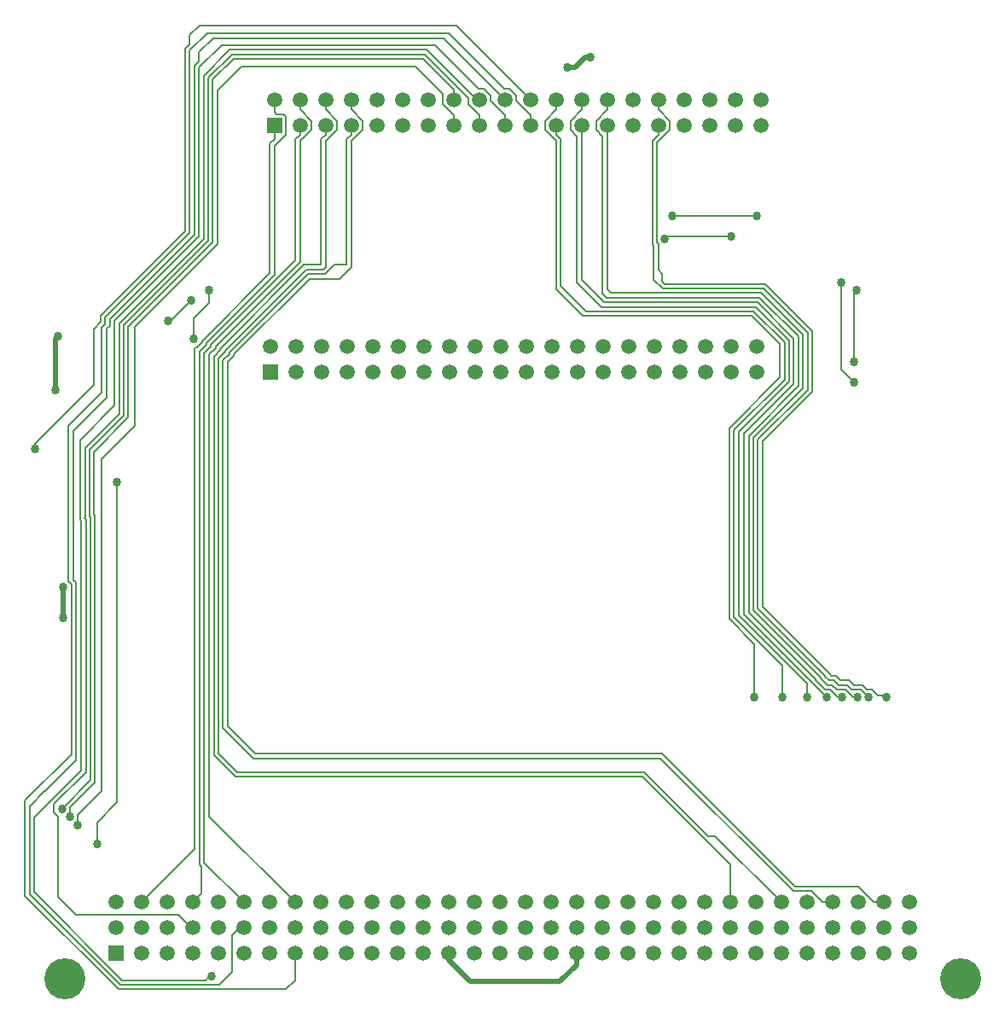
<source format=gbl>
G04 Layer_Physical_Order=2*
G04 Layer_Color=16711680*
%FSLAX25Y25*%
%MOIN*%
G70*
G01*
G75*
%ADD12C,0.02000*%
%ADD13C,0.00800*%
%ADD15C,0.05905*%
%ADD16R,0.05905X0.05905*%
%ADD17C,0.16000*%
%ADD18C,0.03400*%
D12*
X525500Y326500D02*
Y331000D01*
X519000Y320000D02*
X525500Y326500D01*
X484000Y320000D02*
X519000D01*
X475500Y328500D02*
X484000Y320000D01*
X475500Y328500D02*
Y331000D01*
X522000Y677000D02*
X525000D01*
X529000Y681000D01*
X531000D01*
X322000Y571000D02*
X323000Y572000D01*
X322000Y551126D02*
Y571000D01*
X325000Y462000D02*
Y474000D01*
D13*
X599219Y592600D02*
X617600Y574219D01*
Y550418D02*
Y574219D01*
X598200Y531018D02*
X617600Y550418D01*
X598200Y466528D02*
Y531018D01*
Y466528D02*
X624442Y440286D01*
X640925Y434100D02*
X643225Y431800D01*
X645641D01*
X639070Y434100D02*
X640925D01*
X637270Y435900D02*
X639070Y434100D01*
X633799Y435900D02*
X637270D01*
X631999Y437700D02*
X633799Y435900D01*
X628605Y437700D02*
X631999D01*
X626805Y439500D02*
X628605Y437700D01*
X624967Y439500D02*
X626805D01*
X624442Y440025D02*
X624967Y439500D01*
X624442Y440025D02*
Y440286D01*
X636525Y434100D02*
X638825Y431800D01*
X633054Y434100D02*
X636525D01*
X631254Y435900D02*
X633054Y434100D01*
X638825Y431800D02*
X638841D01*
X627859Y435900D02*
X631254D01*
X626059Y437700D02*
X627859Y435900D01*
X624221Y437700D02*
X626059D01*
X622642Y439279D02*
X624221Y437700D01*
X622642Y439279D02*
Y439541D01*
X596400Y465782D02*
X622642Y439541D01*
X596400Y465782D02*
Y531763D01*
X598474Y590800D02*
X615800Y573474D01*
Y551163D02*
Y573474D01*
X596400Y531763D02*
X615800Y551163D01*
X594600Y532509D02*
X614000Y551909D01*
X594600Y465037D02*
Y532509D01*
Y465037D02*
X620842Y438795D01*
X630508Y434100D02*
X633608Y431000D01*
X627114Y434100D02*
X630508D01*
X625314Y435900D02*
X627114Y434100D01*
X633608Y431000D02*
X635241D01*
X623475Y435900D02*
X625314D01*
X620842Y438534D02*
X623475Y435900D01*
X620842Y438534D02*
Y438795D01*
X624568Y434100D02*
X627668Y431000D01*
X629224D01*
X622730Y434100D02*
X624568D01*
X619042Y437788D02*
X622730Y434100D01*
X619042Y437788D02*
Y438050D01*
X592800Y464291D02*
X619042Y438050D01*
X592800Y464291D02*
Y533254D01*
X612200Y552654D01*
X617242Y437043D02*
X623284Y431000D01*
X617242Y437043D02*
Y437304D01*
X591000Y463546D02*
X617242Y437304D01*
X591000Y463546D02*
Y534000D01*
X610400Y553400D01*
X615442Y431000D02*
Y436558D01*
X588800Y463200D02*
X615442Y436558D01*
X588800Y463200D02*
Y534709D01*
X608600Y554509D01*
X585200Y461709D02*
X595000Y451909D01*
Y431000D02*
Y451909D01*
X585200Y536200D02*
X605000Y556000D01*
X585200Y461709D02*
Y536200D01*
X382000Y585000D02*
Y590000D01*
X376000Y579000D02*
X382000Y585000D01*
X376000Y571000D02*
Y579000D01*
X379100Y570231D02*
X405700Y596831D01*
X379100Y569716D02*
Y570231D01*
X380900Y569486D02*
X407500Y596086D01*
X380900Y568970D02*
Y569486D01*
X382700Y568740D02*
X415700Y601740D01*
X382700Y568225D02*
Y568740D01*
X384500Y567995D02*
X417500Y600995D01*
X384500Y567479D02*
Y567995D01*
X386300Y567249D02*
X419051Y600000D01*
X386300Y566734D02*
Y567249D01*
X388100Y566503D02*
X419797Y598200D01*
X388100Y565988D02*
Y566503D01*
X389900Y565758D02*
X420542Y596400D01*
X389900Y565242D02*
Y565758D01*
X391700Y565012D02*
X421288Y594600D01*
X391700Y564497D02*
Y565012D01*
X377284Y567900D02*
X379100Y569716D01*
X378200Y566270D02*
X380900Y568970D01*
X380000Y565525D02*
X382700Y568225D01*
X382000Y564979D02*
X384500Y567479D01*
X383800Y564234D02*
X386300Y566734D01*
X385600Y563488D02*
X388100Y565988D01*
X387400Y562743D02*
X389900Y565242D01*
X389200Y561997D02*
X391700Y564497D01*
X378200Y365754D02*
Y566270D01*
X380000Y366500D02*
Y565525D01*
X382000Y384500D02*
Y564979D01*
X383800Y408512D02*
Y564234D01*
X385600Y409258D02*
Y563488D01*
X387400Y419054D02*
Y562743D01*
X389200Y419800D02*
Y561997D01*
X376769Y567900D02*
X377284D01*
X355500Y351000D02*
X376400Y371900D01*
Y567531D02*
X376769Y567900D01*
X405700Y596831D02*
Y647360D01*
X376400Y371900D02*
Y567531D01*
X378200Y365754D02*
X379000Y364954D01*
Y354500D02*
Y364954D01*
X375500Y351000D02*
X379000Y354500D01*
X407500Y596086D02*
Y646615D01*
X415700Y601740D02*
Y649090D01*
X417500Y600995D02*
Y648344D01*
X419051Y600000D02*
X425700D01*
X419797Y598200D02*
X426446D01*
X367000Y578000D02*
X375000Y586000D01*
X366000Y578000D02*
X367000D01*
X375000Y341000D02*
X375500D01*
X370000Y346000D02*
X375000Y341000D01*
X330000Y346000D02*
X370000D01*
X323000Y353000D02*
X330000Y346000D01*
X323000Y353000D02*
Y384616D01*
X321370Y386246D02*
X323000Y384616D01*
X321370Y386246D02*
Y389430D01*
X333800Y401861D01*
Y500646D01*
X333273Y501173D02*
X333800Y500646D01*
X327581Y388096D02*
X337400Y397915D01*
X324469Y387530D02*
X335600Y398661D01*
Y501391D01*
X337400Y397915D02*
Y502137D01*
X337046Y502491D02*
Y526954D01*
Y502491D02*
X337400Y502137D01*
X335246Y501746D02*
Y527700D01*
Y501746D02*
X335600Y501391D01*
X333273Y501173D02*
X333446Y501346D01*
X331473Y500427D02*
X332000Y499900D01*
Y402607D02*
Y499900D01*
X331473Y500427D02*
Y531473D01*
X333446Y501346D02*
Y528446D01*
X331473Y531473D02*
X345000Y545000D01*
X333446Y528446D02*
X346800Y541800D01*
Y577254D01*
X379800Y610254D01*
Y673800D01*
X385200Y608018D02*
Y668200D01*
X383400Y608763D02*
Y672309D01*
X337046Y526954D02*
X350400Y540309D01*
X381600Y609509D02*
Y673054D01*
X335246Y527700D02*
X348600Y541054D01*
Y576509D01*
X350400Y540309D02*
Y575763D01*
X353000Y575818D02*
X385200Y608018D01*
X353000Y537000D02*
Y575818D01*
X350400Y575763D02*
X383400Y608763D01*
X348600Y576509D02*
X381600Y609509D01*
X378000Y611000D02*
Y677000D01*
X345000Y578000D02*
X378000Y611000D01*
X345000Y545000D02*
Y578000D01*
X376200Y611746D02*
Y677746D01*
X343200Y578746D02*
X376200Y611746D01*
X343200Y576200D02*
Y578746D01*
X342000Y575000D02*
X343200Y576200D01*
X374400Y612491D02*
Y683643D01*
X341400Y579491D02*
X374400Y612491D01*
X341400Y576946D02*
Y579491D01*
X339879Y575424D02*
X341400Y576946D01*
X372600Y613237D02*
Y684388D01*
X339600Y580237D02*
X372600Y613237D01*
X339600Y577691D02*
Y580237D01*
X336879Y574970D02*
X339600Y577691D01*
X342000Y548000D02*
Y575000D01*
X339879Y550121D02*
Y575424D01*
X336879Y553121D02*
Y574970D01*
X381600Y673054D02*
X390800Y682254D01*
X385200Y668200D02*
X394500Y677500D01*
X383400Y672309D02*
X391546Y680454D01*
X382000Y322000D02*
X383000D01*
X380600Y320600D02*
X382000Y322000D01*
X348015Y320600D02*
X380600D01*
X313600Y355015D02*
X348015Y320600D01*
X346523Y317000D02*
X412000D01*
X310000Y353523D02*
Y390849D01*
X311800Y354269D02*
Y388629D01*
X347269Y318800D02*
X386000D01*
X311800Y354269D02*
X347269Y318800D01*
X310000Y353523D02*
X346523Y317000D01*
X313600Y355015D02*
Y384207D01*
X394000Y341000D02*
X395500D01*
X391000Y338000D02*
X394000Y341000D01*
X391000Y323800D02*
Y338000D01*
X386000Y318800D02*
X391000Y323800D01*
X311800Y388629D02*
X317585Y394415D01*
X415500Y320500D02*
Y331000D01*
X412000Y317000D02*
X415500Y320500D01*
X317808Y394415D02*
X329900Y406507D01*
X317585Y394415D02*
X317808D01*
X329900Y406507D02*
Y476030D01*
X346000Y390000D02*
Y515000D01*
X499303Y668853D02*
X501853Y666303D01*
X497147Y668853D02*
X499303D01*
X501853Y663991D02*
Y666303D01*
X381257Y690500D02*
X475500D01*
X497147Y668853D01*
X501853Y663991D02*
X507500Y658344D01*
Y654500D02*
Y658344D01*
X374400Y683643D02*
X381257Y690500D01*
X326879Y537121D02*
X339879Y550121D01*
X378000Y683000D02*
X383500Y688500D01*
X473500D01*
X378000Y679546D02*
Y683000D01*
X376200Y677746D02*
X378000Y679546D01*
X473500Y688500D02*
X497500Y664500D01*
X329000Y535000D02*
X342000Y548000D01*
X489303Y668853D02*
X491853Y666303D01*
Y663991D02*
Y666303D01*
X470146Y685854D02*
X487147Y668853D01*
X489303D01*
X491853Y663991D02*
X497500Y658344D01*
Y654500D02*
Y658344D01*
X378000Y677000D02*
X386854Y685854D01*
X470146D01*
X478500Y693500D02*
X507500Y664500D01*
X378257Y693500D02*
X478500D01*
X374400Y686188D02*
Y689643D01*
X378257Y693500D01*
X372600Y684388D02*
X374400Y686188D01*
X314000Y530243D02*
X336879Y553121D01*
X314000Y528000D02*
Y530243D01*
X473147Y662697D02*
Y666853D01*
Y662697D02*
X477500Y658344D01*
X394500Y677500D02*
X462500D01*
X473147Y666853D01*
X477500Y654500D02*
Y658344D01*
X340000Y524000D02*
X353000Y537000D01*
X391546Y680454D02*
X465454D01*
X477500Y668409D01*
Y664500D02*
Y668409D01*
X466200Y682254D02*
X483147Y665307D01*
Y662697D02*
Y665307D01*
X390800Y682254D02*
X466200D01*
X487500Y654500D02*
Y658344D01*
X483147Y662697D02*
X487500Y658344D01*
X338192Y373808D02*
Y382192D01*
X346000Y390000D01*
X330692Y381308D02*
Y385299D01*
X327581Y384419D02*
Y388096D01*
X310000Y390849D02*
X328100Y408949D01*
Y475284D01*
X329000Y476930D02*
X329900Y476030D01*
X329000Y476930D02*
Y535000D01*
X326879Y476505D02*
X328100Y475284D01*
X326879Y476505D02*
Y537121D01*
X313600Y384207D02*
X332000Y402607D01*
X330692Y385299D02*
X340000Y394607D01*
Y524000D01*
X634000Y589000D02*
X635000Y590000D01*
X634000Y562000D02*
Y589000D01*
X629000Y559000D02*
X634000Y554000D01*
X629000Y559000D02*
Y593000D01*
X560000Y610000D02*
X561000Y611000D01*
X586000D01*
X563000Y619000D02*
X596000D01*
X561853Y652697D02*
Y656303D01*
X559946Y592600D02*
X599219D01*
X559000Y593546D02*
Y596500D01*
Y593546D02*
X559946Y592600D01*
X557500Y660656D02*
X561853Y656303D01*
X556900Y647744D02*
X561853Y652697D01*
X557500Y660656D02*
Y664500D01*
Y598000D02*
Y608116D01*
Y598000D02*
X559000Y596500D01*
X556900Y608716D02*
Y647744D01*
Y608716D02*
X557500Y608116D01*
Y650890D02*
Y654500D01*
X559200Y590800D02*
X598474D01*
X555100Y648490D02*
X557500Y650890D01*
X555100Y607970D02*
Y648490D01*
X555700Y594300D02*
Y607370D01*
Y594300D02*
X559200Y590800D01*
X555100Y607970D02*
X555700Y607370D01*
X614000Y551909D02*
Y572728D01*
X539000Y589000D02*
X597728D01*
X537500Y590500D02*
Y654500D01*
X597728Y589000D02*
X614000Y572728D01*
X537500Y590500D02*
X539000Y589000D01*
X596982Y587200D02*
X612200Y571982D01*
Y552654D02*
Y571982D01*
X537500Y660656D02*
Y664500D01*
X533147Y656303D02*
X537500Y660656D01*
X533147Y652697D02*
Y656303D01*
Y652697D02*
X535700Y650144D01*
Y588700D02*
X537200Y587200D01*
X596982D01*
X535700Y588700D02*
Y650144D01*
X610400Y553400D02*
Y571237D01*
X536146Y585400D02*
X596237D01*
X527500Y594046D02*
Y654500D01*
X596237Y585400D02*
X610400Y571237D01*
X527500Y594046D02*
X536146Y585400D01*
X595491Y583600D02*
X608600Y570491D01*
Y554509D02*
Y570491D01*
X535400Y583600D02*
X595491D01*
X527500Y660656D02*
Y664500D01*
X523147Y656303D02*
X527500Y660656D01*
X523147Y652697D02*
Y656303D01*
X525700Y593300D02*
Y650144D01*
Y593300D02*
X535400Y583600D01*
X523147Y652697D02*
X525700Y650144D01*
X594746Y581800D02*
X606800Y569746D01*
Y555254D02*
Y569746D01*
X587000Y535454D02*
X606800Y555254D01*
X517500Y650890D02*
X519300Y649090D01*
X517500Y650890D02*
Y654500D01*
X519300Y591700D02*
X529200Y581800D01*
X594746D01*
X519300Y591700D02*
Y649090D01*
X594000Y580000D02*
X605000Y569000D01*
Y556000D02*
Y569000D01*
X528000Y580000D02*
X594000D01*
X517500Y660656D02*
Y664500D01*
X513147Y656303D02*
X517500Y660656D01*
X513147Y652697D02*
Y656303D01*
X517500Y590500D02*
Y648344D01*
Y590500D02*
X528000Y580000D01*
X513147Y652697D02*
X517500Y648344D01*
X645641Y431800D02*
X646441Y431000D01*
X638841Y431800D02*
X639641Y431000D01*
X605928D02*
Y443527D01*
X587000Y462454D02*
X605928Y443527D01*
X587000Y462454D02*
Y535454D01*
X559000Y409000D02*
X610847Y357153D01*
X558254Y407200D02*
X610102Y355353D01*
X610847Y357153D02*
X635503D01*
X610102Y355353D02*
X617303D01*
X390054Y684054D02*
X466946D01*
X379800Y673800D02*
X390054Y684054D01*
X466946D02*
X486500Y664500D01*
X487500D01*
X389200Y419800D02*
X400000Y409000D01*
X387400Y419054D02*
X399254Y407200D01*
X400000Y409000D02*
X559000D01*
X399254Y407200D02*
X558254D01*
X441853Y652697D02*
Y656303D01*
X437500Y648344D02*
X441853Y652697D01*
X437500Y660656D02*
Y664500D01*
Y660656D02*
X441853Y656303D01*
X437500Y650890D02*
Y654500D01*
X435700Y649090D02*
X437500Y650890D01*
X435700Y600000D02*
Y649090D01*
X431853Y652697D02*
Y656303D01*
X427500Y648344D02*
X431853Y652697D01*
X427500Y660656D02*
Y664500D01*
Y660656D02*
X431853Y656303D01*
X427500Y650890D02*
Y654500D01*
X425700Y649090D02*
X427500Y650890D01*
X425700Y600000D02*
Y649090D01*
X635503Y357153D02*
X641656Y351000D01*
X645500D01*
X617303Y355353D02*
X621656Y351000D01*
X625500D01*
X579571Y376929D02*
X605500Y351000D01*
X576929Y376929D02*
X579571D01*
X585500Y351000D02*
Y365812D01*
X551183Y400129D02*
X585500Y365812D01*
X392183Y400129D02*
X551183D01*
X383800Y408512D02*
X392183Y400129D01*
X551929Y401929D02*
X576929Y376929D01*
X392929Y401929D02*
X551929D01*
X385600Y409258D02*
X392929Y401929D01*
X421288Y594600D02*
X432846D01*
X437500Y599254D01*
Y648344D01*
X427191Y596400D02*
X430791Y600000D01*
X435700D01*
X420542Y596400D02*
X427191D01*
X426446Y598200D02*
X427500Y599254D01*
Y648344D01*
X382000Y384500D02*
X415500Y351000D01*
X380000Y366500D02*
X395500Y351000D01*
X417500Y660656D02*
X421853Y656303D01*
Y652697D02*
Y656303D01*
X417500Y648344D02*
X421853Y652697D01*
X417500Y660656D02*
Y664500D01*
X415700Y649090D02*
X417500Y650890D01*
Y654500D01*
X405700Y647360D02*
X407500Y649160D01*
Y654500D01*
Y646615D02*
X411853Y650967D01*
X408406Y658853D02*
X411033D01*
X407500Y659759D02*
X408406Y658853D01*
X407500Y659759D02*
Y664500D01*
X411853Y650967D02*
Y658033D01*
X411033Y658853D02*
X411853Y658033D01*
D15*
X597500Y664500D02*
D03*
Y654500D02*
D03*
X587500Y664500D02*
D03*
Y654500D02*
D03*
X577500Y664500D02*
D03*
Y654500D02*
D03*
X567500Y664500D02*
D03*
Y654500D02*
D03*
X557500Y664500D02*
D03*
Y654500D02*
D03*
X547500Y664500D02*
D03*
Y654500D02*
D03*
X537500Y664500D02*
D03*
Y654500D02*
D03*
X527500Y664500D02*
D03*
Y654500D02*
D03*
X517500Y664500D02*
D03*
Y654500D02*
D03*
X507500Y664500D02*
D03*
Y654500D02*
D03*
X497500Y664500D02*
D03*
Y654500D02*
D03*
X487500Y664500D02*
D03*
Y654500D02*
D03*
X477500Y664500D02*
D03*
Y654500D02*
D03*
X467500Y664500D02*
D03*
Y654500D02*
D03*
X457500Y664500D02*
D03*
Y654500D02*
D03*
X447500Y664500D02*
D03*
Y654500D02*
D03*
X437500Y664500D02*
D03*
Y654500D02*
D03*
X427500Y664500D02*
D03*
Y654500D02*
D03*
X417500Y664500D02*
D03*
Y654500D02*
D03*
X407500Y664500D02*
D03*
X596000Y568000D02*
D03*
Y558000D02*
D03*
X586000Y568000D02*
D03*
Y558000D02*
D03*
X576000Y568000D02*
D03*
Y558000D02*
D03*
X566000Y568000D02*
D03*
Y558000D02*
D03*
X556000Y568000D02*
D03*
Y558000D02*
D03*
X546000Y568000D02*
D03*
Y558000D02*
D03*
X536000Y568000D02*
D03*
Y558000D02*
D03*
X526000Y568000D02*
D03*
Y558000D02*
D03*
X516000Y568000D02*
D03*
Y558000D02*
D03*
X506000Y568000D02*
D03*
Y558000D02*
D03*
X496000Y568000D02*
D03*
Y558000D02*
D03*
X486000Y568000D02*
D03*
Y558000D02*
D03*
X476000Y568000D02*
D03*
Y558000D02*
D03*
X466000Y568000D02*
D03*
Y558000D02*
D03*
X456000Y568000D02*
D03*
Y558000D02*
D03*
X446000Y568000D02*
D03*
Y558000D02*
D03*
X436000Y568000D02*
D03*
Y558000D02*
D03*
X426000Y568000D02*
D03*
Y558000D02*
D03*
X416000Y568000D02*
D03*
Y558000D02*
D03*
X406000Y568000D02*
D03*
X465500Y351000D02*
D03*
Y341000D02*
D03*
X545500Y351000D02*
D03*
X555500D02*
D03*
X565500D02*
D03*
X575500D02*
D03*
X585500D02*
D03*
X595500D02*
D03*
X605500D02*
D03*
X615500D02*
D03*
X625500D02*
D03*
X635500D02*
D03*
X645500D02*
D03*
X655500D02*
D03*
X535500D02*
D03*
X525500D02*
D03*
X515500D02*
D03*
X505500D02*
D03*
X495500D02*
D03*
X485500D02*
D03*
X475500D02*
D03*
X455500D02*
D03*
X445500D02*
D03*
X435500D02*
D03*
X425500D02*
D03*
X415500D02*
D03*
X405500D02*
D03*
X395500D02*
D03*
X385500D02*
D03*
X375500D02*
D03*
X365500D02*
D03*
X355500D02*
D03*
X345500D02*
D03*
Y341000D02*
D03*
X355500Y331000D02*
D03*
Y341000D02*
D03*
X365500Y331000D02*
D03*
Y341000D02*
D03*
X375500Y331000D02*
D03*
Y341000D02*
D03*
X385500Y331000D02*
D03*
Y341000D02*
D03*
X395500Y331000D02*
D03*
Y341000D02*
D03*
X405500Y331000D02*
D03*
Y341000D02*
D03*
X415500Y331000D02*
D03*
Y341000D02*
D03*
X425500Y331000D02*
D03*
Y341000D02*
D03*
X435500Y331000D02*
D03*
Y341000D02*
D03*
X445500Y331000D02*
D03*
Y341000D02*
D03*
X455500Y331000D02*
D03*
Y341000D02*
D03*
X465500Y331000D02*
D03*
X475500D02*
D03*
Y341000D02*
D03*
X485500Y331000D02*
D03*
Y341000D02*
D03*
X495500Y331000D02*
D03*
Y341000D02*
D03*
X505500Y331000D02*
D03*
Y341000D02*
D03*
X515500Y331000D02*
D03*
Y341000D02*
D03*
X525500Y331000D02*
D03*
Y341000D02*
D03*
X535500Y331000D02*
D03*
Y341000D02*
D03*
X655500D02*
D03*
Y331000D02*
D03*
X645500Y341000D02*
D03*
Y331000D02*
D03*
X635500Y341000D02*
D03*
Y331000D02*
D03*
X625500Y341000D02*
D03*
Y331000D02*
D03*
X615500Y341000D02*
D03*
Y331000D02*
D03*
X605500Y341000D02*
D03*
Y331000D02*
D03*
X595500Y341000D02*
D03*
Y331000D02*
D03*
X585500Y341000D02*
D03*
Y331000D02*
D03*
X575500Y341000D02*
D03*
Y331000D02*
D03*
X565500Y341000D02*
D03*
Y331000D02*
D03*
X555500Y341000D02*
D03*
Y331000D02*
D03*
X545500Y341000D02*
D03*
Y331000D02*
D03*
D16*
X407500Y654500D02*
D03*
X406000Y558000D02*
D03*
X345500Y331000D02*
D03*
D17*
X325500Y321000D02*
D03*
X675500D02*
D03*
D18*
X376000Y571000D02*
D03*
X383000Y322000D02*
D03*
X338192Y373808D02*
D03*
X346000Y515000D02*
D03*
X314000Y528000D02*
D03*
X330692Y381308D02*
D03*
X327581Y384419D02*
D03*
X324469Y387530D02*
D03*
X646441Y431000D02*
D03*
X639641D02*
D03*
X635241D02*
D03*
X629224D02*
D03*
X595000D02*
D03*
X605928D02*
D03*
X615442D02*
D03*
X623284D02*
D03*
X522000Y677000D02*
D03*
X531000Y681000D02*
D03*
X323000Y572000D02*
D03*
X322000Y551126D02*
D03*
X325000Y462000D02*
D03*
Y474000D02*
D03*
X586000Y611000D02*
D03*
X629000Y593000D02*
D03*
X634000Y554000D02*
D03*
X635000Y590000D02*
D03*
X634000Y562000D02*
D03*
X560000Y610000D02*
D03*
X563000Y619000D02*
D03*
X596000D02*
D03*
X382000Y590000D02*
D03*
X375000Y586000D02*
D03*
X366000Y578000D02*
D03*
M02*

</source>
